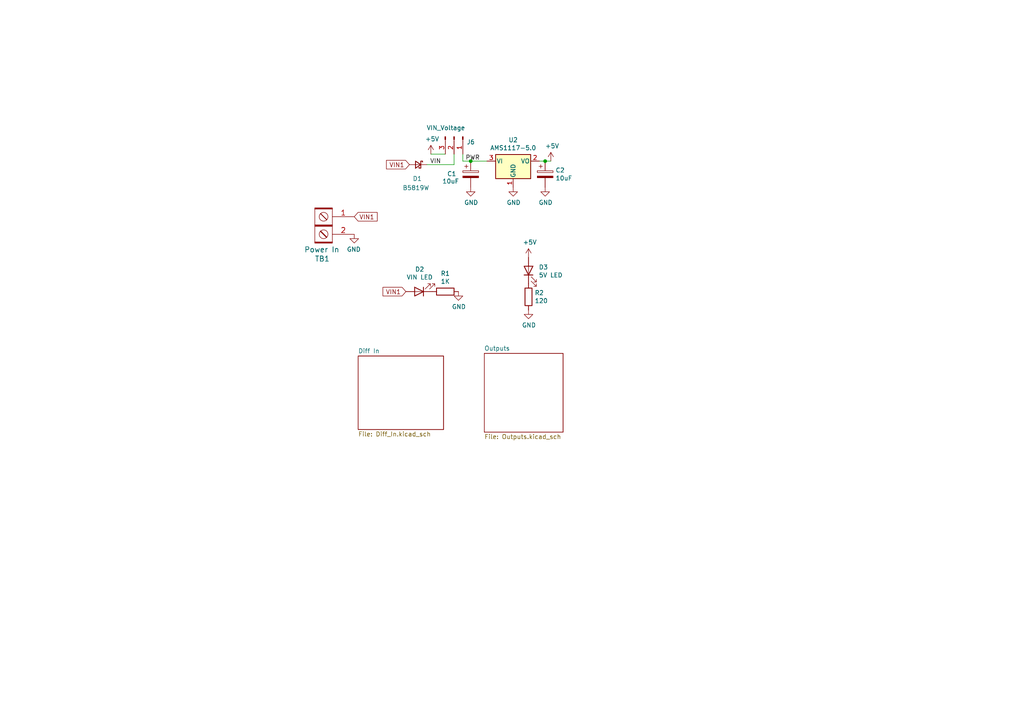
<source format=kicad_sch>
(kicad_sch (version 20231120) (generator "eeschema") (generator_version "8.0")
  (paper "A4")
  (title_block (title "Receiver Out SMD") (date "2024-12-02") (rev "v2") (company "Scott Hanson"))
  (lib_symbols
    (symbol "Barrier_Blocks:BARRIER_BLOCK_1ROW_2POS" (pin_names (offset 1.016) hide)
      (property "Reference" "TB" (at 0.127 -6.731 0))
      (property "Value" "Barrier_Blocks_BARRIER_BLOCK_1ROW_2POS" (at 0.254 6.35 0))
      (symbol "BARRIER_BLOCK_1ROW_2POS_0_1"
        (rectangle (start -2.54 5.08) (end 2.54 -5.08))
        (circle (center 0 -2.54) (radius 1.27))
        (polyline (pts (xy -2.54 -4.699) (xy -2.54 -5.08) (xy 2.54 -5.08) (xy 2.54 -4.699)) (fill (type outline)))
        (polyline (pts (xy -2.54 0.254) (xy -2.54 -0.254) (xy 2.54 -0.254) (xy 2.54 0.254)) (fill (type outline)))
        (polyline (pts (xy -2.54 4.699) (xy -2.54 5.08) (xy 2.54 5.08) (xy 2.54 4.699)) (fill (type outline)))
        (polyline (pts (xy -0.8382 -3.5052) (xy -0.9652 -3.3782) (xy 0.8128 -1.6002) (xy 0.9652 -1.7018) (xy -0.8382 -3.5052)) (fill (type outline)))
        (polyline (pts (xy -0.8382 1.5748) (xy -0.9652 1.6764) (xy -0.0508 2.5908) (xy 0.8382 3.4798) (xy 0.9652 3.3528) (xy 0.9652 3.3528)) (fill (type outline)))
        (circle (center 0 2.54) (radius 1.27))
      )
      (symbol "BARRIER_BLOCK_1ROW_2POS_1_1"
        (pin passive line (at -8.89 2.54 0) (length 6.35) (name "P1") (number "1"))
        (pin passive line (at -8.89 -2.54 0) (length 6.35) (name "P2") (number "2"))
      )
    )
    (symbol "Connector:Conn_01x03_Male" (pin_names (offset 1.016) hide)
      (property "Reference" "J" (at 0 5.08 0))
      (property "Value" "Conn_01x03_Male" (at 0 -5.08 0))
      (symbol "Conn_01x03_Male_1_1"
        (polyline (pts (xy 1.27 -2.54) (xy 0.8636 -2.54)) (stroke (width 0.1524)))
        (polyline (pts (xy 1.27 0) (xy 0.8636 0)) (stroke (width 0.1524)))
        (polyline (pts (xy 1.27 2.54) (xy 0.8636 2.54)) (stroke (width 0.1524)))
        (rectangle (start 0.8636 -2.413) (end 0 -2.667) (stroke (width 0.1524)) (fill (type outline)))
        (rectangle (start 0.8636 0.127) (end 0 -0.127) (stroke (width 0.1524)) (fill (type outline)))
        (rectangle (start 0.8636 2.667) (end 0 2.413) (stroke (width 0.1524)) (fill (type outline)))
        (pin passive line (at 5.08 2.54 180) (length 3.81) (name "Pin_1") (number "1"))
        (pin passive line (at 5.08 0 180) (length 3.81) (name "Pin_2") (number "2"))
        (pin passive line (at 5.08 -2.54 180) (length 3.81) (name "Pin_3") (number "3"))
      )
    )
    (symbol "Device:CP" (pin_numbers hide) (pin_names (offset 0.254))
      (property "Reference" "C" (at 0.635 2.54 0))
      (property "Value" "Device_CP" (at 0.635 -2.54 0))
      (symbol "CP_0_1"
        (rectangle (start -2.286 0.508) (end 2.286 1.016))
        (polyline (pts (xy -1.778 2.286) (xy -0.762 2.286)))
        (polyline (pts (xy -1.27 2.794) (xy -1.27 1.778)))
        (rectangle (start 2.286 -0.508) (end -2.286 -1.016) (fill (type outline)))
      )
      (symbol "CP_1_1"
        (pin passive line (at 0 3.81 270) (length 2.794) (name "~") (number "1"))
        (pin passive line (at 0 -3.81 90) (length 2.794) (name "~") (number "2"))
      )
    )
    (symbol "Device:D_Schottky_Small" (pin_numbers hide) (pin_names (offset 0.254) hide)
      (property "Reference" "D" (at -1.27 2.032 0))
      (property "Value" "D_Schottky_Small" (at -7.112 -2.032 0))
      (symbol "D_Schottky_Small_0_1"
        (polyline (pts (xy -0.762 0) (xy 0.762 0)))
        (polyline (pts (xy 0.762 -1.016) (xy -0.762 0) (xy 0.762 1.016) (xy 0.762 -1.016)) (stroke (width 0.254)))
        (polyline (pts (xy -1.27 0.762) (xy -1.27 1.016) (xy -0.762 1.016) (xy -0.762 -1.016) (xy -0.254 -1.016) (xy -0.254 -0.762)) (stroke (width 0.254)))
      )
      (symbol "D_Schottky_Small_1_1"
        (pin passive line (at -2.54 0 0) (length 1.778) (name "K") (number "1"))
        (pin passive line (at 2.54 0 180) (length 1.778) (name "A") (number "2"))
      )
    )
    (symbol "Device:LED" (pin_numbers hide) (pin_names (offset 1.016) hide)
      (property "Reference" "D" (at 0 2.54 0))
      (property "Value" "LED" (at 0 -2.54 0))
      (symbol "LED_0_1"
        (polyline (pts (xy -1.27 -1.27) (xy -1.27 1.27)) (stroke (width 0.254)))
        (polyline (pts (xy -1.27 0) (xy 1.27 0)))
        (polyline (pts (xy 1.27 -1.27) (xy 1.27 1.27) (xy -1.27 0) (xy 1.27 -1.27)) (stroke (width 0.254)))
        (polyline (pts (xy -3.048 -0.762) (xy -4.572 -2.286) (xy -3.81 -2.286) (xy -4.572 -2.286) (xy -4.572 -1.524)))
        (polyline (pts (xy -1.778 -0.762) (xy -3.302 -2.286) (xy -2.54 -2.286) (xy -3.302 -2.286) (xy -3.302 -1.524)))
      )
      (symbol "LED_1_1"
        (pin passive line (at -3.81 0 0) (length 2.54) (name "K") (number "1"))
        (pin passive line (at 3.81 0 180) (length 2.54) (name "A") (number "2"))
      )
    )
    (symbol "Device:R" (pin_numbers hide) (pin_names (offset 0))
      (property "Reference" "R" (at 2.032 0 90))
      (property "Value" "R" (at 0 0 90))
      (symbol "R_0_1"
        (rectangle (start -1.016 -2.54) (end 1.016 2.54) (stroke (width 0.254)))
      )
      (symbol "R_1_1"
        (pin passive line (at 0 3.81 270) (length 1.27) (name "~") (number "1"))
        (pin passive line (at 0 -3.81 90) (length 1.27) (name "~") (number "2"))
      )
    )
    (symbol "Regulator_Linear:AMS1117-5.0" (pin_names (offset 0.254))
      (property "Reference" "U" (at -3.81 3.175 0))
      (property "Value" "AMS1117-5.0" (at 0 3.175 0))
      (symbol "AMS1117-5.0_0_1"
        (rectangle (start -5.08 -5.08) (end 5.08 1.905) (stroke (width 0.254)) (fill (type background)))
      )
      (symbol "AMS1117-5.0_1_1"
        (pin power_in line (at 0 -7.62 90) (length 2.54) (name "GND") (number "1"))
        (pin power_out line (at 7.62 0 180) (length 2.54) (name "VO") (number "2"))
        (pin power_in line (at -7.62 0 0) (length 2.54) (name "VI") (number "3"))
      )
    )
    (symbol "power:+5V" (power) (pin_names (offset 0))
      (property "Value" "+5V" (at 0 3.556 0))
      (symbol "+5V_0_1"
        (polyline (pts (xy -0.762 1.27) (xy 0 2.54)))
        (polyline (pts (xy 0 0) (xy 0 2.54)))
        (polyline (pts (xy 0 2.54) (xy 0.762 1.27)))
      )
      (symbol "+5V_1_1"
        (pin power_in line (at 0 0 90) (length 0) hide (name "+5V") (number "1"))
      )
    )
    (symbol "power:GND" (power) (pin_names (offset 0))
      (property "Value" "GND" (at 0 -3.81 0))
      (symbol "GND_0_1"
        (polyline (pts (xy 0 0) (xy 0 -1.27) (xy 1.27 -1.27) (xy 0 -2.54) (xy -1.27 -1.27) (xy 0 -1.27)))
      )
      (symbol "GND_1_1"
        (pin power_in line (at 0 0 270) (length 0) hide (name "GND") (number "1"))
      )
    )
  )
  (junction (at 136.525 46.736))
  (junction (at 158.115 46.736))
  (wire (pts (xy 129.159 44.704) (xy 124.968 44.704)))
  (wire (pts (xy 123.825 47.752) (xy 131.699 47.752)))
  (wire (pts (xy 134.239 46.736) (xy 134.239 44.704)))
  (wire (pts (xy 156.464 46.736) (xy 158.115 46.736)))
  (wire (pts (xy 141.224 46.736) (xy 136.525 46.736)))
  (wire (pts (xy 136.525 46.736) (xy 134.239 46.736)))
  (wire (pts (xy 131.699 47.752) (xy 131.699 44.704)))
  (wire (pts (xy 158.115 46.736) (xy 159.766 46.736)))
  (label "VIN" (at 124.714 47.752 0))
  (label "PWR" (at 135.001 46.736 0))
  (global_label "VIN1" (shape input) (at 118.745 47.752 180) (property "Intersheetrefs" "${INTERSHEET_REFS}" (effects (hide yes))))
  (global_label "VIN1" (shape input) (at 117.729 84.582 180) (property "Intersheetrefs" "${INTERSHEET_REFS}" (effects (hide yes))))
  (global_label "VIN1" (shape input) (at 102.743 62.865 0) (property "Intersheetrefs" "${INTERSHEET_REFS}" (effects (hide yes))))
  (symbol (lib_id "Device:LED") (at 121.539 84.582 180) (unit 1)
    (property "Reference" "D2" (at 121.7168 78.105 0))
    (property "Value" "VIN LED" (at 121.7168 80.4164 0))
    (property "Footprint" "LED_SMD:LED_0603_1608Metric_Pad1.05x0.95mm_HandSolder" (effects (hide yes)))
    (property "Digi-Key_PN" "732-4984-1-ND" (effects (hide yes)))
    (property "MPN" "150080RS75000" (effects (hide yes)))
    (property "LCSC_PN" "C2286" (effects (hide yes)))
  )
  (symbol (lib_id "Device:R") (at 129.159 84.582 270) (unit 1)
    (property "Reference" "R1" (at 129.159 79.3242 90))
    (property "Value" "1K" (at 129.159 81.6356 90))
    (property "Footprint" "Resistor_SMD:R_0603_1608Metric_Pad0.98x0.95mm_HandSolder" (effects (hide yes)))
    (property "Digi-Key_PN" "311-1.00KHRCT-ND" (effects (hide yes)))
    (property "MPN" "RC0603FR-071KL" (effects (hide yes)))
    (property "LCSC_PN" "C21190" (effects (hide yes)))
  )
  (symbol (lib_id "power:GND") (at 132.969 84.582 0) (unit 1)
    (property "Reference" "#PWR03" (effects (hide yes)))
    (property "Value" "GND" (at 133.096 88.9762 0))
  )
  (symbol (lib_id "Device:R") (at 153.289 86.106 180) (unit 1)
    (property "Reference" "R2" (at 155.067 84.9376 0) (effects (justify right)))
    (property "Value" "120" (at 155.067 87.249 0) (effects (justify right)))
    (property "Footprint" "Resistor_SMD:R_0603_1608Metric_Pad0.98x0.95mm_HandSolder" (effects (hide yes)))
    (property "Digi-Key_PN" "A129677CT-ND" (effects (hide yes)))
    (property "MPN" "CRGCQ0603F120R" (effects (hide yes)))
    (property "LCSC_PN" "C22787" (effects (hide yes)))
  )
  (symbol (lib_id "Device:LED") (at 153.289 78.486 90) (unit 1)
    (property "Reference" "D3" (at 156.2608 77.4954 90) (effects (justify right)))
    (property "Value" "5V LED" (at 156.2608 79.8068 90) (effects (justify right)))
    (property "Footprint" "LED_SMD:LED_0603_1608Metric_Pad1.05x0.95mm_HandSolder" (effects (hide yes)))
    (property "Digi-Key_PN" "732-4984-1-ND" (effects (hide yes)))
    (property "MPN" "150080RS75000" (effects (hide yes)))
    (property "LCSC_PN" "C2286" (effects (hide yes)))
  )
  (symbol (lib_id "power:+5V") (at 153.289 74.676 0) (unit 1)
    (property "Reference" "#PWR04" (effects (hide yes)))
    (property "Value" "+5V" (at 153.67 70.2818 0))
  )
  (symbol (lib_id "power:GND") (at 153.289 89.916 0) (unit 1)
    (property "Reference" "#PWR05" (effects (hide yes)))
    (property "Value" "GND" (at 153.416 94.3102 0))
  )
  (symbol (lib_id "Barrier_Blocks:BARRIER_BLOCK_1ROW_2POS") (at 93.853 65.405 0) (mirror y) (unit 1)
    (property "Reference" "TB1" (at 93.472 75.057 0) (effects (font (size 1.524 1.524))))
    (property "Value" "Power In" (at 93.345 72.39 0) (effects (font (size 1.524 1.524))))
    (property "Footprint" "Barrier_Blocks:BARRIER_BLOCK_1ROW_2POS" (effects (hide yes)))
    (property "Digi-Key_PN" "A98472-ND" (effects (hide yes)))
    (property "MPN" "4DB-P108-02" (effects (hide yes)))
    (property "LCSC_PN" "C306200" (effects (hide yes)))
  )
  (symbol (lib_id "power:GND") (at 102.743 67.945 0) (mirror y) (unit 1)
    (property "Reference" "#PWR0107" (effects (hide yes)))
    (property "Value" "GND" (at 102.616 72.3392 0))
  )
  (symbol (lib_id "Device:CP") (at 136.525 50.546 0) (unit 1)
    (property "Reference" "C1" (at 129.667 50.419 0) (effects (justify left)))
    (property "Value" "10uF" (at 128.27 52.578 0) (effects (justify left)))
    (property "Footprint" "Capacitor_SMD:C_0805_2012Metric_Pad1.18x1.45mm_HandSolder" (effects (hide yes)))
    (property "Digi-Key_PN" "490-5523-1-ND" (effects (hide yes)))
    (property "MPN" "GRM21BR61E106KA73L" (effects (hide yes)))
    (property "LCSC_PN" "C15850" (effects (hide yes)))
  )
  (symbol (lib_id "Device:CP") (at 158.115 50.546 0) (unit 1)
    (property "Reference" "C2" (at 161.1122 49.3776 0) (effects (justify left)))
    (property "Value" "10uF" (at 161.1122 51.689 0) (effects (justify left)))
    (property "Footprint" "Capacitor_SMD:C_0805_2012Metric_Pad1.18x1.45mm_HandSolder" (effects (hide yes)))
    (property "Digi-Key_PN" "490-5523-1-ND" (effects (hide yes)))
    (property "MPN" "GRM21BR61E106KA73L" (effects (hide yes)))
    (property "LCSC_PN" "C15850" (effects (hide yes)))
  )
  (symbol (lib_id "power:GND") (at 148.844 54.356 0) (unit 1)
    (property "Reference" "#PWR020" (effects (hide yes)))
    (property "Value" "GND" (at 148.971 58.7502 0))
  )
  (symbol (lib_id "power:GND") (at 158.115 54.356 0) (unit 1)
    (property "Reference" "#PWR021" (effects (hide yes)))
    (property "Value" "GND" (at 158.242 58.7502 0))
  )
  (symbol (lib_id "power:GND") (at 136.525 54.356 0) (unit 1)
    (property "Reference" "#PWR019" (effects (hide yes)))
    (property "Value" "GND" (at 136.652 58.7502 0))
  )
  (symbol (lib_id "power:+5V") (at 159.766 46.736 0) (unit 1)
    (property "Reference" "#PWR022" (effects (hide yes)))
    (property "Value" "+5V" (at 160.147 42.3418 0))
  )
  (symbol (lib_id "Connector:Conn_01x03_Male") (at 131.699 39.624 270) (unit 1)
    (property "Reference" "J6" (at 135.3566 41.1988 90) (effects (justify left)))
    (property "Value" "VIN_Voltage" (at 123.698 37.084 90) (effects (justify left)))
    (property "Footprint" "Connector_PinHeader_2.54mm:PinHeader_1x03_P2.54mm_Vertical" (effects (hide yes)))
    (property "Digi-Key_PN" "732-5316-ND" (effects (hide yes)))
    (property "MPN" "61300311121" (effects (hide yes)))
    (property "LCSC_PN" "C49257" (effects (hide yes)))
  )
  (symbol (lib_id "power:+5V") (at 124.968 44.704 0) (unit 1)
    (property "Reference" "#PWR02" (effects (hide yes)))
    (property "Value" "+5V" (at 125.349 40.3098 0))
  )
  (symbol (lib_id "Regulator_Linear:AMS1117-5.0") (at 148.844 46.736 0) (unit 1)
    (property "Reference" "U2" (at 148.844 40.5892 0))
    (property "Value" "AMS1117-5.0" (at 148.844 42.9006 0))
    (property "Footprint" "Package_TO_SOT_SMD:SOT-223-3_TabPin2" (effects (hide yes)))
    (property "Datasheet" "http://www.advanced-monolithic.com/pdf/ds1117.pdf" (effects (hide yes)))
    (property "LCSC_PN" "C6187" (effects (hide yes)))
    (property "Digi-Key_PN" "488-LM1117MPX-50NOPBCT-ND" (effects (hide yes)))
    (property "MPN" "LM1117MPX-50NOPB" (effects (hide yes)))
  )
  (symbol (lib_id "Device:D_Schottky_Small") (at 121.285 47.752 0) (mirror y) (unit 1)
    (property "Reference" "D1" (at 121.031 51.816 0))
    (property "Value" "B5819W" (at 120.65 54.483 0))
    (property "Footprint" "Diode_SMD:D_SOD-123" (effects (hide yes)))
    (property "LCSC_PN" "C8598" (effects (hide yes)))
    (property "Digi-Key_PN" "B5819W-TPMSCT-ND" (effects (hide yes)))
    (property "MPN" "B5819W-TP" (effects (hide yes)))
  )
  (sheet (at 140.462 102.489) (size 22.86 22.86)
    (property "Sheetname" "Outputs" (at 140.462 101.7774 0) (effects (justify left bottom)))
    (property "Sheetfile" "Outputs.kicad_sch" (at 140.462 125.9336 0) (effects (justify left top)))
  )
  (sheet (at 103.886 103.251) (size 24.765 21.336)
    (property "Sheetname" "Diff In" (at 103.886 102.5394 0) (effects (justify left bottom)))
    (property "Sheetfile" "Diff_In.kicad_sch" (at 103.886 125.1716 0) (effects (justify left top)))
  )
)
</source>
